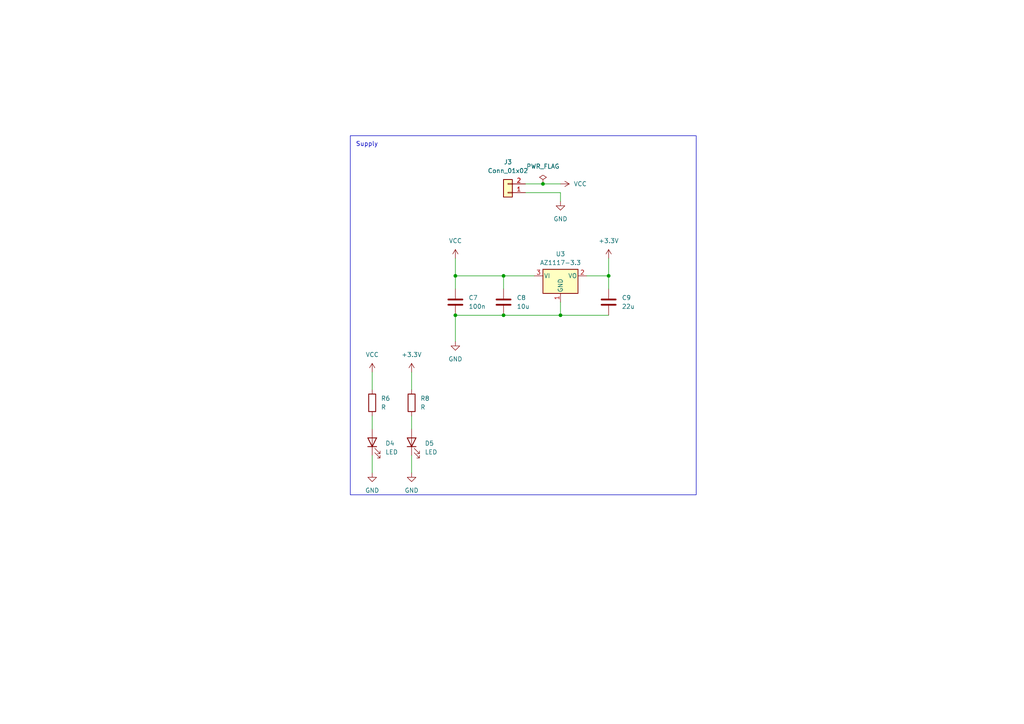
<source format=kicad_sch>
(kicad_sch
	(version 20250114)
	(generator "eeschema")
	(generator_version "9.0")
	(uuid "36e55d47-1df4-49c8-afae-a9c0ee2c2370")
	(paper "A4")
	(lib_symbols
		(symbol "Connector_Generic:Conn_01x02"
			(pin_names
				(offset 1.016)
				(hide yes)
			)
			(exclude_from_sim no)
			(in_bom yes)
			(on_board yes)
			(property "Reference" "J"
				(at 0 2.54 0)
				(effects
					(font
						(size 1.27 1.27)
					)
				)
			)
			(property "Value" "Conn_01x02"
				(at 0 -5.08 0)
				(effects
					(font
						(size 1.27 1.27)
					)
				)
			)
			(property "Footprint" ""
				(at 0 0 0)
				(effects
					(font
						(size 1.27 1.27)
					)
					(hide yes)
				)
			)
			(property "Datasheet" "~"
				(at 0 0 0)
				(effects
					(font
						(size 1.27 1.27)
					)
					(hide yes)
				)
			)
			(property "Description" "Generic connector, single row, 01x02, script generated (kicad-library-utils/schlib/autogen/connector/)"
				(at 0 0 0)
				(effects
					(font
						(size 1.27 1.27)
					)
					(hide yes)
				)
			)
			(property "ki_keywords" "connector"
				(at 0 0 0)
				(effects
					(font
						(size 1.27 1.27)
					)
					(hide yes)
				)
			)
			(property "ki_fp_filters" "Connector*:*_1x??_*"
				(at 0 0 0)
				(effects
					(font
						(size 1.27 1.27)
					)
					(hide yes)
				)
			)
			(symbol "Conn_01x02_1_1"
				(rectangle
					(start -1.27 1.27)
					(end 1.27 -3.81)
					(stroke
						(width 0.254)
						(type default)
					)
					(fill
						(type background)
					)
				)
				(rectangle
					(start -1.27 0.127)
					(end 0 -0.127)
					(stroke
						(width 0.1524)
						(type default)
					)
					(fill
						(type none)
					)
				)
				(rectangle
					(start -1.27 -2.413)
					(end 0 -2.667)
					(stroke
						(width 0.1524)
						(type default)
					)
					(fill
						(type none)
					)
				)
				(pin passive line
					(at -5.08 0 0)
					(length 3.81)
					(name "Pin_1"
						(effects
							(font
								(size 1.27 1.27)
							)
						)
					)
					(number "1"
						(effects
							(font
								(size 1.27 1.27)
							)
						)
					)
				)
				(pin passive line
					(at -5.08 -2.54 0)
					(length 3.81)
					(name "Pin_2"
						(effects
							(font
								(size 1.27 1.27)
							)
						)
					)
					(number "2"
						(effects
							(font
								(size 1.27 1.27)
							)
						)
					)
				)
			)
			(embedded_fonts no)
		)
		(symbol "Device:C"
			(pin_numbers
				(hide yes)
			)
			(pin_names
				(offset 0.254)
			)
			(exclude_from_sim no)
			(in_bom yes)
			(on_board yes)
			(property "Reference" "C"
				(at 0.635 2.54 0)
				(effects
					(font
						(size 1.27 1.27)
					)
					(justify left)
				)
			)
			(property "Value" "C"
				(at 0.635 -2.54 0)
				(effects
					(font
						(size 1.27 1.27)
					)
					(justify left)
				)
			)
			(property "Footprint" ""
				(at 0.9652 -3.81 0)
				(effects
					(font
						(size 1.27 1.27)
					)
					(hide yes)
				)
			)
			(property "Datasheet" "~"
				(at 0 0 0)
				(effects
					(font
						(size 1.27 1.27)
					)
					(hide yes)
				)
			)
			(property "Description" "Unpolarized capacitor"
				(at 0 0 0)
				(effects
					(font
						(size 1.27 1.27)
					)
					(hide yes)
				)
			)
			(property "ki_keywords" "cap capacitor"
				(at 0 0 0)
				(effects
					(font
						(size 1.27 1.27)
					)
					(hide yes)
				)
			)
			(property "ki_fp_filters" "C_*"
				(at 0 0 0)
				(effects
					(font
						(size 1.27 1.27)
					)
					(hide yes)
				)
			)
			(symbol "C_0_1"
				(polyline
					(pts
						(xy -2.032 0.762) (xy 2.032 0.762)
					)
					(stroke
						(width 0.508)
						(type default)
					)
					(fill
						(type none)
					)
				)
				(polyline
					(pts
						(xy -2.032 -0.762) (xy 2.032 -0.762)
					)
					(stroke
						(width 0.508)
						(type default)
					)
					(fill
						(type none)
					)
				)
			)
			(symbol "C_1_1"
				(pin passive line
					(at 0 3.81 270)
					(length 2.794)
					(name "~"
						(effects
							(font
								(size 1.27 1.27)
							)
						)
					)
					(number "1"
						(effects
							(font
								(size 1.27 1.27)
							)
						)
					)
				)
				(pin passive line
					(at 0 -3.81 90)
					(length 2.794)
					(name "~"
						(effects
							(font
								(size 1.27 1.27)
							)
						)
					)
					(number "2"
						(effects
							(font
								(size 1.27 1.27)
							)
						)
					)
				)
			)
			(embedded_fonts no)
		)
		(symbol "Device:LED"
			(pin_numbers
				(hide yes)
			)
			(pin_names
				(offset 1.016)
				(hide yes)
			)
			(exclude_from_sim no)
			(in_bom yes)
			(on_board yes)
			(property "Reference" "D"
				(at 0 2.54 0)
				(effects
					(font
						(size 1.27 1.27)
					)
				)
			)
			(property "Value" "LED"
				(at 0 -2.54 0)
				(effects
					(font
						(size 1.27 1.27)
					)
				)
			)
			(property "Footprint" ""
				(at 0 0 0)
				(effects
					(font
						(size 1.27 1.27)
					)
					(hide yes)
				)
			)
			(property "Datasheet" "~"
				(at 0 0 0)
				(effects
					(font
						(size 1.27 1.27)
					)
					(hide yes)
				)
			)
			(property "Description" "Light emitting diode"
				(at 0 0 0)
				(effects
					(font
						(size 1.27 1.27)
					)
					(hide yes)
				)
			)
			(property "ki_keywords" "LED diode"
				(at 0 0 0)
				(effects
					(font
						(size 1.27 1.27)
					)
					(hide yes)
				)
			)
			(property "ki_fp_filters" "LED* LED_SMD:* LED_THT:*"
				(at 0 0 0)
				(effects
					(font
						(size 1.27 1.27)
					)
					(hide yes)
				)
			)
			(symbol "LED_0_1"
				(polyline
					(pts
						(xy -3.048 -0.762) (xy -4.572 -2.286) (xy -3.81 -2.286) (xy -4.572 -2.286) (xy -4.572 -1.524)
					)
					(stroke
						(width 0)
						(type default)
					)
					(fill
						(type none)
					)
				)
				(polyline
					(pts
						(xy -1.778 -0.762) (xy -3.302 -2.286) (xy -2.54 -2.286) (xy -3.302 -2.286) (xy -3.302 -1.524)
					)
					(stroke
						(width 0)
						(type default)
					)
					(fill
						(type none)
					)
				)
				(polyline
					(pts
						(xy -1.27 0) (xy 1.27 0)
					)
					(stroke
						(width 0)
						(type default)
					)
					(fill
						(type none)
					)
				)
				(polyline
					(pts
						(xy -1.27 -1.27) (xy -1.27 1.27)
					)
					(stroke
						(width 0.254)
						(type default)
					)
					(fill
						(type none)
					)
				)
				(polyline
					(pts
						(xy 1.27 -1.27) (xy 1.27 1.27) (xy -1.27 0) (xy 1.27 -1.27)
					)
					(stroke
						(width 0.254)
						(type default)
					)
					(fill
						(type none)
					)
				)
			)
			(symbol "LED_1_1"
				(pin passive line
					(at -3.81 0 0)
					(length 2.54)
					(name "K"
						(effects
							(font
								(size 1.27 1.27)
							)
						)
					)
					(number "1"
						(effects
							(font
								(size 1.27 1.27)
							)
						)
					)
				)
				(pin passive line
					(at 3.81 0 180)
					(length 2.54)
					(name "A"
						(effects
							(font
								(size 1.27 1.27)
							)
						)
					)
					(number "2"
						(effects
							(font
								(size 1.27 1.27)
							)
						)
					)
				)
			)
			(embedded_fonts no)
		)
		(symbol "Device:R"
			(pin_numbers
				(hide yes)
			)
			(pin_names
				(offset 0)
			)
			(exclude_from_sim no)
			(in_bom yes)
			(on_board yes)
			(property "Reference" "R"
				(at 2.032 0 90)
				(effects
					(font
						(size 1.27 1.27)
					)
				)
			)
			(property "Value" "R"
				(at 0 0 90)
				(effects
					(font
						(size 1.27 1.27)
					)
				)
			)
			(property "Footprint" ""
				(at -1.778 0 90)
				(effects
					(font
						(size 1.27 1.27)
					)
					(hide yes)
				)
			)
			(property "Datasheet" "~"
				(at 0 0 0)
				(effects
					(font
						(size 1.27 1.27)
					)
					(hide yes)
				)
			)
			(property "Description" "Resistor"
				(at 0 0 0)
				(effects
					(font
						(size 1.27 1.27)
					)
					(hide yes)
				)
			)
			(property "ki_keywords" "R res resistor"
				(at 0 0 0)
				(effects
					(font
						(size 1.27 1.27)
					)
					(hide yes)
				)
			)
			(property "ki_fp_filters" "R_*"
				(at 0 0 0)
				(effects
					(font
						(size 1.27 1.27)
					)
					(hide yes)
				)
			)
			(symbol "R_0_1"
				(rectangle
					(start -1.016 -2.54)
					(end 1.016 2.54)
					(stroke
						(width 0.254)
						(type default)
					)
					(fill
						(type none)
					)
				)
			)
			(symbol "R_1_1"
				(pin passive line
					(at 0 3.81 270)
					(length 1.27)
					(name "~"
						(effects
							(font
								(size 1.27 1.27)
							)
						)
					)
					(number "1"
						(effects
							(font
								(size 1.27 1.27)
							)
						)
					)
				)
				(pin passive line
					(at 0 -3.81 90)
					(length 1.27)
					(name "~"
						(effects
							(font
								(size 1.27 1.27)
							)
						)
					)
					(number "2"
						(effects
							(font
								(size 1.27 1.27)
							)
						)
					)
				)
			)
			(embedded_fonts no)
		)
		(symbol "Regulator_Linear:AZ1117-3.3"
			(pin_names
				(offset 0.254)
			)
			(exclude_from_sim no)
			(in_bom yes)
			(on_board yes)
			(property "Reference" "U"
				(at -3.81 3.175 0)
				(effects
					(font
						(size 1.27 1.27)
					)
				)
			)
			(property "Value" "AZ1117-3.3"
				(at 0 3.175 0)
				(effects
					(font
						(size 1.27 1.27)
					)
					(justify left)
				)
			)
			(property "Footprint" ""
				(at 0 6.35 0)
				(effects
					(font
						(size 1.27 1.27)
						(italic yes)
					)
					(hide yes)
				)
			)
			(property "Datasheet" "https://www.diodes.com/assets/Datasheets/AZ1117.pdf"
				(at 0 0 0)
				(effects
					(font
						(size 1.27 1.27)
					)
					(hide yes)
				)
			)
			(property "Description" "1A 20V Fixed LDO Linear Regulator, 3.3V, SOT-89/SOT-223/TO-220/TO-252/TO-263"
				(at 0 0 0)
				(effects
					(font
						(size 1.27 1.27)
					)
					(hide yes)
				)
			)
			(property "ki_keywords" "Fixed Voltage Regulator 1A Positive LDO"
				(at 0 0 0)
				(effects
					(font
						(size 1.27 1.27)
					)
					(hide yes)
				)
			)
			(property "ki_fp_filters" "SOT?223* SOT?89* TO?220* TO?252* TO?263*"
				(at 0 0 0)
				(effects
					(font
						(size 1.27 1.27)
					)
					(hide yes)
				)
			)
			(symbol "AZ1117-3.3_0_1"
				(rectangle
					(start -5.08 1.905)
					(end 5.08 -5.08)
					(stroke
						(width 0.254)
						(type default)
					)
					(fill
						(type background)
					)
				)
			)
			(symbol "AZ1117-3.3_1_1"
				(pin power_in line
					(at -7.62 0 0)
					(length 2.54)
					(name "VI"
						(effects
							(font
								(size 1.27 1.27)
							)
						)
					)
					(number "3"
						(effects
							(font
								(size 1.27 1.27)
							)
						)
					)
				)
				(pin power_in line
					(at 0 -7.62 90)
					(length 2.54)
					(name "GND"
						(effects
							(font
								(size 1.27 1.27)
							)
						)
					)
					(number "1"
						(effects
							(font
								(size 1.27 1.27)
							)
						)
					)
				)
				(pin power_out line
					(at 7.62 0 180)
					(length 2.54)
					(name "VO"
						(effects
							(font
								(size 1.27 1.27)
							)
						)
					)
					(number "2"
						(effects
							(font
								(size 1.27 1.27)
							)
						)
					)
				)
			)
			(embedded_fonts no)
		)
		(symbol "power:+3.3V"
			(power)
			(pin_names
				(offset 0)
			)
			(exclude_from_sim no)
			(in_bom yes)
			(on_board yes)
			(property "Reference" "#PWR"
				(at 0 -3.81 0)
				(effects
					(font
						(size 1.27 1.27)
					)
					(hide yes)
				)
			)
			(property "Value" "+3.3V"
				(at 0 3.556 0)
				(effects
					(font
						(size 1.27 1.27)
					)
				)
			)
			(property "Footprint" ""
				(at 0 0 0)
				(effects
					(font
						(size 1.27 1.27)
					)
					(hide yes)
				)
			)
			(property "Datasheet" ""
				(at 0 0 0)
				(effects
					(font
						(size 1.27 1.27)
					)
					(hide yes)
				)
			)
			(property "Description" "Power symbol creates a global label with name \"+3.3V\""
				(at 0 0 0)
				(effects
					(font
						(size 1.27 1.27)
					)
					(hide yes)
				)
			)
			(property "ki_keywords" "global power"
				(at 0 0 0)
				(effects
					(font
						(size 1.27 1.27)
					)
					(hide yes)
				)
			)
			(symbol "+3.3V_0_1"
				(polyline
					(pts
						(xy -0.762 1.27) (xy 0 2.54)
					)
					(stroke
						(width 0)
						(type default)
					)
					(fill
						(type none)
					)
				)
				(polyline
					(pts
						(xy 0 2.54) (xy 0.762 1.27)
					)
					(stroke
						(width 0)
						(type default)
					)
					(fill
						(type none)
					)
				)
				(polyline
					(pts
						(xy 0 0) (xy 0 2.54)
					)
					(stroke
						(width 0)
						(type default)
					)
					(fill
						(type none)
					)
				)
			)
			(symbol "+3.3V_1_1"
				(pin power_in line
					(at 0 0 90)
					(length 0)
					(hide yes)
					(name "+3.3V"
						(effects
							(font
								(size 1.27 1.27)
							)
						)
					)
					(number "1"
						(effects
							(font
								(size 1.27 1.27)
							)
						)
					)
				)
			)
			(embedded_fonts no)
		)
		(symbol "power:GND"
			(power)
			(pin_names
				(offset 0)
			)
			(exclude_from_sim no)
			(in_bom yes)
			(on_board yes)
			(property "Reference" "#PWR"
				(at 0 -6.35 0)
				(effects
					(font
						(size 1.27 1.27)
					)
					(hide yes)
				)
			)
			(property "Value" "GND"
				(at 0 -3.81 0)
				(effects
					(font
						(size 1.27 1.27)
					)
				)
			)
			(property "Footprint" ""
				(at 0 0 0)
				(effects
					(font
						(size 1.27 1.27)
					)
					(hide yes)
				)
			)
			(property "Datasheet" ""
				(at 0 0 0)
				(effects
					(font
						(size 1.27 1.27)
					)
					(hide yes)
				)
			)
			(property "Description" "Power symbol creates a global label with name \"GND\" , ground"
				(at 0 0 0)
				(effects
					(font
						(size 1.27 1.27)
					)
					(hide yes)
				)
			)
			(property "ki_keywords" "global power"
				(at 0 0 0)
				(effects
					(font
						(size 1.27 1.27)
					)
					(hide yes)
				)
			)
			(symbol "GND_0_1"
				(polyline
					(pts
						(xy 0 0) (xy 0 -1.27) (xy 1.27 -1.27) (xy 0 -2.54) (xy -1.27 -1.27) (xy 0 -1.27)
					)
					(stroke
						(width 0)
						(type default)
					)
					(fill
						(type none)
					)
				)
			)
			(symbol "GND_1_1"
				(pin power_in line
					(at 0 0 270)
					(length 0)
					(hide yes)
					(name "GND"
						(effects
							(font
								(size 1.27 1.27)
							)
						)
					)
					(number "1"
						(effects
							(font
								(size 1.27 1.27)
							)
						)
					)
				)
			)
			(embedded_fonts no)
		)
		(symbol "power:PWR_FLAG"
			(power)
			(pin_numbers
				(hide yes)
			)
			(pin_names
				(offset 0)
				(hide yes)
			)
			(exclude_from_sim no)
			(in_bom yes)
			(on_board yes)
			(property "Reference" "#FLG"
				(at 0 1.905 0)
				(effects
					(font
						(size 1.27 1.27)
					)
					(hide yes)
				)
			)
			(property "Value" "PWR_FLAG"
				(at 0 3.81 0)
				(effects
					(font
						(size 1.27 1.27)
					)
				)
			)
			(property "Footprint" ""
				(at 0 0 0)
				(effects
					(font
						(size 1.27 1.27)
					)
					(hide yes)
				)
			)
			(property "Datasheet" "~"
				(at 0 0 0)
				(effects
					(font
						(size 1.27 1.27)
					)
					(hide yes)
				)
			)
			(property "Description" "Special symbol for telling ERC where power comes from"
				(at 0 0 0)
				(effects
					(font
						(size 1.27 1.27)
					)
					(hide yes)
				)
			)
			(property "ki_keywords" "flag power"
				(at 0 0 0)
				(effects
					(font
						(size 1.27 1.27)
					)
					(hide yes)
				)
			)
			(symbol "PWR_FLAG_0_0"
				(pin power_out line
					(at 0 0 90)
					(length 0)
					(name "pwr"
						(effects
							(font
								(size 1.27 1.27)
							)
						)
					)
					(number "1"
						(effects
							(font
								(size 1.27 1.27)
							)
						)
					)
				)
			)
			(symbol "PWR_FLAG_0_1"
				(polyline
					(pts
						(xy 0 0) (xy 0 1.27) (xy -1.016 1.905) (xy 0 2.54) (xy 1.016 1.905) (xy 0 1.27)
					)
					(stroke
						(width 0)
						(type default)
					)
					(fill
						(type none)
					)
				)
			)
			(embedded_fonts no)
		)
		(symbol "power:VCC"
			(power)
			(pin_names
				(offset 0)
			)
			(exclude_from_sim no)
			(in_bom yes)
			(on_board yes)
			(property "Reference" "#PWR"
				(at 0 -3.81 0)
				(effects
					(font
						(size 1.27 1.27)
					)
					(hide yes)
				)
			)
			(property "Value" "VCC"
				(at 0 3.81 0)
				(effects
					(font
						(size 1.27 1.27)
					)
				)
			)
			(property "Footprint" ""
				(at 0 0 0)
				(effects
					(font
						(size 1.27 1.27)
					)
					(hide yes)
				)
			)
			(property "Datasheet" ""
				(at 0 0 0)
				(effects
					(font
						(size 1.27 1.27)
					)
					(hide yes)
				)
			)
			(property "Description" "Power symbol creates a global label with name \"VCC\""
				(at 0 0 0)
				(effects
					(font
						(size 1.27 1.27)
					)
					(hide yes)
				)
			)
			(property "ki_keywords" "global power"
				(at 0 0 0)
				(effects
					(font
						(size 1.27 1.27)
					)
					(hide yes)
				)
			)
			(symbol "VCC_0_1"
				(polyline
					(pts
						(xy -0.762 1.27) (xy 0 2.54)
					)
					(stroke
						(width 0)
						(type default)
					)
					(fill
						(type none)
					)
				)
				(polyline
					(pts
						(xy 0 2.54) (xy 0.762 1.27)
					)
					(stroke
						(width 0)
						(type default)
					)
					(fill
						(type none)
					)
				)
				(polyline
					(pts
						(xy 0 0) (xy 0 2.54)
					)
					(stroke
						(width 0)
						(type default)
					)
					(fill
						(type none)
					)
				)
			)
			(symbol "VCC_1_1"
				(pin power_in line
					(at 0 0 90)
					(length 0)
					(hide yes)
					(name "VCC"
						(effects
							(font
								(size 1.27 1.27)
							)
						)
					)
					(number "1"
						(effects
							(font
								(size 1.27 1.27)
							)
						)
					)
				)
			)
			(embedded_fonts no)
		)
	)
	(rectangle
		(start 101.6 39.37)
		(end 201.93 143.51)
		(stroke
			(width 0)
			(type default)
		)
		(fill
			(type none)
		)
		(uuid 86dc70d8-7617-49e8-b7aa-f44d888e77d0)
	)
	(text "Supply\n"
		(exclude_from_sim no)
		(at 106.426 41.91 0)
		(effects
			(font
				(size 1.27 1.27)
			)
		)
		(uuid "b9af2ca4-5466-41b3-bda0-09f734706e67")
	)
	(junction
		(at 157.48 53.34)
		(diameter 0)
		(color 0 0 0 0)
		(uuid "4dd7911e-1e74-4214-88f1-bdb10ea180bf")
	)
	(junction
		(at 132.08 80.01)
		(diameter 0)
		(color 0 0 0 0)
		(uuid "5625e34b-c699-43de-a0aa-9c4a9aa8c8c0")
	)
	(junction
		(at 176.53 80.01)
		(diameter 0)
		(color 0 0 0 0)
		(uuid "5cd1875f-aee9-45f4-9703-a4c335620112")
	)
	(junction
		(at 146.05 91.44)
		(diameter 0)
		(color 0 0 0 0)
		(uuid "5d9aab33-67b3-4d81-b688-3c9b383328e2")
	)
	(junction
		(at 162.56 91.44)
		(diameter 0)
		(color 0 0 0 0)
		(uuid "969ab804-a339-4ba2-9adb-b3084c7f58cd")
	)
	(junction
		(at 146.05 80.01)
		(diameter 0)
		(color 0 0 0 0)
		(uuid "b124dbe9-589d-4dc2-8373-dceaef3f4b70")
	)
	(junction
		(at 132.08 91.44)
		(diameter 0)
		(color 0 0 0 0)
		(uuid "e54b43ad-7b0f-4976-bcd0-58d35504d14d")
	)
	(wire
		(pts
			(xy 119.38 132.08) (xy 119.38 137.16)
		)
		(stroke
			(width 0)
			(type default)
		)
		(uuid "2688ae92-038b-4092-8c04-6afbd9fa1da4")
	)
	(wire
		(pts
			(xy 119.38 120.65) (xy 119.38 124.46)
		)
		(stroke
			(width 0)
			(type default)
		)
		(uuid "3a754e41-fef1-494c-9159-a50d73381820")
	)
	(wire
		(pts
			(xy 146.05 80.01) (xy 146.05 83.82)
		)
		(stroke
			(width 0)
			(type default)
		)
		(uuid "402ff54d-3280-4173-bd47-d513f9528c7e")
	)
	(wire
		(pts
			(xy 107.95 132.08) (xy 107.95 137.16)
		)
		(stroke
			(width 0)
			(type default)
		)
		(uuid "4166e1e2-feab-4ac7-87ce-00b6025770fd")
	)
	(wire
		(pts
			(xy 152.4 53.34) (xy 157.48 53.34)
		)
		(stroke
			(width 0)
			(type default)
		)
		(uuid "64442bf9-acc9-4c5e-ae5d-7a3408065ec5")
	)
	(wire
		(pts
			(xy 107.95 120.65) (xy 107.95 124.46)
		)
		(stroke
			(width 0)
			(type default)
		)
		(uuid "6e8ad1da-f26e-4317-82ea-44abc087ec75")
	)
	(wire
		(pts
			(xy 132.08 91.44) (xy 132.08 99.06)
		)
		(stroke
			(width 0)
			(type default)
		)
		(uuid "71cddc5e-36fc-4c8d-83e0-bb66efb6cc35")
	)
	(wire
		(pts
			(xy 176.53 80.01) (xy 176.53 83.82)
		)
		(stroke
			(width 0)
			(type default)
		)
		(uuid "76ac07d8-fe2f-4cb7-af5b-464e830c68ca")
	)
	(wire
		(pts
			(xy 132.08 80.01) (xy 132.08 83.82)
		)
		(stroke
			(width 0)
			(type default)
		)
		(uuid "7ad208b3-936c-4320-9fd4-57f65274a2bf")
	)
	(wire
		(pts
			(xy 152.4 55.88) (xy 162.56 55.88)
		)
		(stroke
			(width 0)
			(type default)
		)
		(uuid "824825cc-0422-4ddb-a197-e8a7d9ef0c32")
	)
	(wire
		(pts
			(xy 119.38 107.95) (xy 119.38 113.03)
		)
		(stroke
			(width 0)
			(type default)
		)
		(uuid "95da66c3-bb67-4152-af51-0da58710d2b9")
	)
	(wire
		(pts
			(xy 146.05 80.01) (xy 132.08 80.01)
		)
		(stroke
			(width 0)
			(type default)
		)
		(uuid "980bbf95-94ae-4870-9f0a-a4a5b9fcdbb6")
	)
	(wire
		(pts
			(xy 146.05 91.44) (xy 162.56 91.44)
		)
		(stroke
			(width 0)
			(type default)
		)
		(uuid "9d014f97-3d89-47da-aab6-cff1f0d146ff")
	)
	(wire
		(pts
			(xy 132.08 91.44) (xy 146.05 91.44)
		)
		(stroke
			(width 0)
			(type default)
		)
		(uuid "9da45804-5dd6-439f-9bae-d040d2f338e1")
	)
	(wire
		(pts
			(xy 162.56 87.63) (xy 162.56 91.44)
		)
		(stroke
			(width 0)
			(type default)
		)
		(uuid "b6592293-4eb9-49e6-9fe7-b628671879ed")
	)
	(wire
		(pts
			(xy 176.53 80.01) (xy 176.53 74.93)
		)
		(stroke
			(width 0)
			(type default)
		)
		(uuid "b78c6bf9-0d9b-477a-93b6-db6645ccf7b5")
	)
	(wire
		(pts
			(xy 107.95 107.95) (xy 107.95 113.03)
		)
		(stroke
			(width 0)
			(type default)
		)
		(uuid "bb2882a5-cda8-4d11-b958-4760ebb22cdb")
	)
	(wire
		(pts
			(xy 154.94 80.01) (xy 146.05 80.01)
		)
		(stroke
			(width 0)
			(type default)
		)
		(uuid "ca67f733-dd2f-4a11-ab4a-ebb6e3441ecb")
	)
	(wire
		(pts
			(xy 157.48 53.34) (xy 162.56 53.34)
		)
		(stroke
			(width 0)
			(type default)
		)
		(uuid "da223061-183c-49d8-b395-170a9f7bcfba")
	)
	(wire
		(pts
			(xy 170.18 80.01) (xy 176.53 80.01)
		)
		(stroke
			(width 0)
			(type default)
		)
		(uuid "db81d44b-1517-4929-967f-69717591a9ba")
	)
	(wire
		(pts
			(xy 162.56 55.88) (xy 162.56 58.42)
		)
		(stroke
			(width 0)
			(type default)
		)
		(uuid "e7cf2f21-2364-461b-8d9a-e34008439a31")
	)
	(wire
		(pts
			(xy 162.56 91.44) (xy 176.53 91.44)
		)
		(stroke
			(width 0)
			(type default)
		)
		(uuid "e9f26b93-3388-4226-8ce5-0624679b3197")
	)
	(wire
		(pts
			(xy 132.08 80.01) (xy 132.08 74.93)
		)
		(stroke
			(width 0)
			(type default)
		)
		(uuid "f74b6be7-af6e-4e48-beb6-21ff6ce23d6c")
	)
	(symbol
		(lib_id "Device:C")
		(at 176.53 87.63 0)
		(unit 1)
		(exclude_from_sim no)
		(in_bom yes)
		(on_board yes)
		(dnp no)
		(fields_autoplaced yes)
		(uuid "08a94304-0c98-4c3b-b425-6ade815ad992")
		(property "Reference" "C9"
			(at 180.34 86.3599 0)
			(effects
				(font
					(size 1.27 1.27)
				)
				(justify left)
			)
		)
		(property "Value" "22u"
			(at 180.34 88.8999 0)
			(effects
				(font
					(size 1.27 1.27)
				)
				(justify left)
			)
		)
		(property "Footprint" ""
			(at 177.4952 91.44 0)
			(effects
				(font
					(size 1.27 1.27)
				)
				(hide yes)
			)
		)
		(property "Datasheet" "~"
			(at 176.53 87.63 0)
			(effects
				(font
					(size 1.27 1.27)
				)
				(hide yes)
			)
		)
		(property "Description" "Unpolarized capacitor"
			(at 176.53 87.63 0)
			(effects
				(font
					(size 1.27 1.27)
				)
				(hide yes)
			)
		)
		(pin "2"
			(uuid "2ae2f98f-17ba-4c8b-a45f-c5d4f4d7c7ff")
		)
		(pin "1"
			(uuid "e97a7eda-07fa-440a-b70a-056b7dcd3c85")
		)
		(instances
			(project "flynn_mainboard"
				(path "/56ec65ab-c401-455a-8a7c-6731af93b01f/4a680793-dfc8-4f68-92d2-cc2327a9a55b"
					(reference "C9")
					(unit 1)
				)
			)
		)
	)
	(symbol
		(lib_id "power:+3.3V")
		(at 119.38 107.95 0)
		(unit 1)
		(exclude_from_sim no)
		(in_bom yes)
		(on_board yes)
		(dnp no)
		(fields_autoplaced yes)
		(uuid "1949bc8a-c6f6-4180-940a-1fad6b1983af")
		(property "Reference" "#PWR024"
			(at 119.38 111.76 0)
			(effects
				(font
					(size 1.27 1.27)
				)
				(hide yes)
			)
		)
		(property "Value" "+3.3V"
			(at 119.38 102.87 0)
			(effects
				(font
					(size 1.27 1.27)
				)
			)
		)
		(property "Footprint" ""
			(at 119.38 107.95 0)
			(effects
				(font
					(size 1.27 1.27)
				)
				(hide yes)
			)
		)
		(property "Datasheet" ""
			(at 119.38 107.95 0)
			(effects
				(font
					(size 1.27 1.27)
				)
				(hide yes)
			)
		)
		(property "Description" "Power symbol creates a global label with name \"+3.3V\""
			(at 119.38 107.95 0)
			(effects
				(font
					(size 1.27 1.27)
				)
				(hide yes)
			)
		)
		(pin "1"
			(uuid "0bc880c1-5456-4223-b8cd-bc3581da857b")
		)
		(instances
			(project "flynn_mainboard"
				(path "/56ec65ab-c401-455a-8a7c-6731af93b01f/4a680793-dfc8-4f68-92d2-cc2327a9a55b"
					(reference "#PWR024")
					(unit 1)
				)
			)
		)
	)
	(symbol
		(lib_id "Device:LED")
		(at 119.38 128.27 90)
		(unit 1)
		(exclude_from_sim no)
		(in_bom yes)
		(on_board yes)
		(dnp no)
		(fields_autoplaced yes)
		(uuid "24742ea7-4ba3-4553-ac99-348e85d68864")
		(property "Reference" "D5"
			(at 123.19 128.5874 90)
			(effects
				(font
					(size 1.27 1.27)
				)
				(justify right)
			)
		)
		(property "Value" "LED"
			(at 123.19 131.1274 90)
			(effects
				(font
					(size 1.27 1.27)
				)
				(justify right)
			)
		)
		(property "Footprint" ""
			(at 119.38 128.27 0)
			(effects
				(font
					(size 1.27 1.27)
				)
				(hide yes)
			)
		)
		(property "Datasheet" "~"
			(at 119.38 128.27 0)
			(effects
				(font
					(size 1.27 1.27)
				)
				(hide yes)
			)
		)
		(property "Description" "Light emitting diode"
			(at 119.38 128.27 0)
			(effects
				(font
					(size 1.27 1.27)
				)
				(hide yes)
			)
		)
		(pin "2"
			(uuid "4e5b8b53-60e3-4080-a650-323f5b9cfc8b")
		)
		(pin "1"
			(uuid "8545bf96-9e80-4be1-81b2-d83e72b5ce47")
		)
		(instances
			(project "flynn_mainboard"
				(path "/56ec65ab-c401-455a-8a7c-6731af93b01f/4a680793-dfc8-4f68-92d2-cc2327a9a55b"
					(reference "D5")
					(unit 1)
				)
			)
		)
	)
	(symbol
		(lib_id "power:VCC")
		(at 162.56 53.34 270)
		(unit 1)
		(exclude_from_sim no)
		(in_bom yes)
		(on_board yes)
		(dnp no)
		(fields_autoplaced yes)
		(uuid "32b95dbe-a91e-4e87-a9fb-e6cd31b924ab")
		(property "Reference" "#PWR028"
			(at 158.75 53.34 0)
			(effects
				(font
					(size 1.27 1.27)
				)
				(hide yes)
			)
		)
		(property "Value" "VCC"
			(at 166.37 53.3399 90)
			(effects
				(font
					(size 1.27 1.27)
				)
				(justify left)
			)
		)
		(property "Footprint" ""
			(at 162.56 53.34 0)
			(effects
				(font
					(size 1.27 1.27)
				)
				(hide yes)
			)
		)
		(property "Datasheet" ""
			(at 162.56 53.34 0)
			(effects
				(font
					(size 1.27 1.27)
				)
				(hide yes)
			)
		)
		(property "Description" "Power symbol creates a global label with name \"VCC\""
			(at 162.56 53.34 0)
			(effects
				(font
					(size 1.27 1.27)
				)
				(hide yes)
			)
		)
		(pin "1"
			(uuid "bdd9dda6-b53e-4199-9502-46caeae03fba")
		)
		(instances
			(project "flynn_mainboard"
				(path "/56ec65ab-c401-455a-8a7c-6731af93b01f/4a680793-dfc8-4f68-92d2-cc2327a9a55b"
					(reference "#PWR028")
					(unit 1)
				)
			)
		)
	)
	(symbol
		(lib_id "power:VCC")
		(at 132.08 74.93 0)
		(unit 1)
		(exclude_from_sim no)
		(in_bom yes)
		(on_board yes)
		(dnp no)
		(fields_autoplaced yes)
		(uuid "4008a54c-b2d2-4c91-a2e2-cd4a6170cf22")
		(property "Reference" "#PWR026"
			(at 132.08 78.74 0)
			(effects
				(font
					(size 1.27 1.27)
				)
				(hide yes)
			)
		)
		(property "Value" "VCC"
			(at 132.08 69.85 0)
			(effects
				(font
					(size 1.27 1.27)
				)
			)
		)
		(property "Footprint" ""
			(at 132.08 74.93 0)
			(effects
				(font
					(size 1.27 1.27)
				)
				(hide yes)
			)
		)
		(property "Datasheet" ""
			(at 132.08 74.93 0)
			(effects
				(font
					(size 1.27 1.27)
				)
				(hide yes)
			)
		)
		(property "Description" "Power symbol creates a global label with name \"VCC\""
			(at 132.08 74.93 0)
			(effects
				(font
					(size 1.27 1.27)
				)
				(hide yes)
			)
		)
		(pin "1"
			(uuid "2f0bdccd-0cca-431e-9d95-f1c410942208")
		)
		(instances
			(project "flynn_mainboard"
				(path "/56ec65ab-c401-455a-8a7c-6731af93b01f/4a680793-dfc8-4f68-92d2-cc2327a9a55b"
					(reference "#PWR026")
					(unit 1)
				)
			)
		)
	)
	(symbol
		(lib_id "Device:R")
		(at 107.95 116.84 0)
		(unit 1)
		(exclude_from_sim no)
		(in_bom yes)
		(on_board yes)
		(dnp no)
		(fields_autoplaced yes)
		(uuid "4e24666d-cbe6-431f-800f-17930ed95fa8")
		(property "Reference" "R6"
			(at 110.49 115.5699 0)
			(effects
				(font
					(size 1.27 1.27)
				)
				(justify left)
			)
		)
		(property "Value" "R"
			(at 110.49 118.1099 0)
			(effects
				(font
					(size 1.27 1.27)
				)
				(justify left)
			)
		)
		(property "Footprint" ""
			(at 106.172 116.84 90)
			(effects
				(font
					(size 1.27 1.27)
				)
				(hide yes)
			)
		)
		(property "Datasheet" "~"
			(at 107.95 116.84 0)
			(effects
				(font
					(size 1.27 1.27)
				)
				(hide yes)
			)
		)
		(property "Description" "Resistor"
			(at 107.95 116.84 0)
			(effects
				(font
					(size 1.27 1.27)
				)
				(hide yes)
			)
		)
		(pin "1"
			(uuid "e3507322-8f8a-454b-a567-7607fec5f0ee")
		)
		(pin "2"
			(uuid "6eff8f2b-11ae-4990-834e-318d0b7caec9")
		)
		(instances
			(project "flynn_mainboard"
				(path "/56ec65ab-c401-455a-8a7c-6731af93b01f/4a680793-dfc8-4f68-92d2-cc2327a9a55b"
					(reference "R6")
					(unit 1)
				)
			)
		)
	)
	(symbol
		(lib_id "power:GND")
		(at 107.95 137.16 0)
		(unit 1)
		(exclude_from_sim no)
		(in_bom yes)
		(on_board yes)
		(dnp no)
		(fields_autoplaced yes)
		(uuid "56a2bce6-5021-4e9b-9aa9-c4aaf331e742")
		(property "Reference" "#PWR022"
			(at 107.95 143.51 0)
			(effects
				(font
					(size 1.27 1.27)
				)
				(hide yes)
			)
		)
		(property "Value" "GND"
			(at 107.95 142.24 0)
			(effects
				(font
					(size 1.27 1.27)
				)
			)
		)
		(property "Footprint" ""
			(at 107.95 137.16 0)
			(effects
				(font
					(size 1.27 1.27)
				)
				(hide yes)
			)
		)
		(property "Datasheet" ""
			(at 107.95 137.16 0)
			(effects
				(font
					(size 1.27 1.27)
				)
				(hide yes)
			)
		)
		(property "Description" "Power symbol creates a global label with name \"GND\" , ground"
			(at 107.95 137.16 0)
			(effects
				(font
					(size 1.27 1.27)
				)
				(hide yes)
			)
		)
		(pin "1"
			(uuid "7f06b4a1-57c3-4ee5-8375-1255b1951e2c")
		)
		(instances
			(project "flynn_mainboard"
				(path "/56ec65ab-c401-455a-8a7c-6731af93b01f/4a680793-dfc8-4f68-92d2-cc2327a9a55b"
					(reference "#PWR022")
					(unit 1)
				)
			)
		)
	)
	(symbol
		(lib_id "Device:C")
		(at 132.08 87.63 0)
		(unit 1)
		(exclude_from_sim no)
		(in_bom yes)
		(on_board yes)
		(dnp no)
		(fields_autoplaced yes)
		(uuid "5e5f7cc1-c80e-4dfe-8946-5caab0708eac")
		(property "Reference" "C7"
			(at 135.89 86.3599 0)
			(effects
				(font
					(size 1.27 1.27)
				)
				(justify left)
			)
		)
		(property "Value" "100n"
			(at 135.89 88.8999 0)
			(effects
				(font
					(size 1.27 1.27)
				)
				(justify left)
			)
		)
		(property "Footprint" ""
			(at 133.0452 91.44 0)
			(effects
				(font
					(size 1.27 1.27)
				)
				(hide yes)
			)
		)
		(property "Datasheet" "~"
			(at 132.08 87.63 0)
			(effects
				(font
					(size 1.27 1.27)
				)
				(hide yes)
			)
		)
		(property "Description" "Unpolarized capacitor"
			(at 132.08 87.63 0)
			(effects
				(font
					(size 1.27 1.27)
				)
				(hide yes)
			)
		)
		(pin "2"
			(uuid "26170b85-1b13-4067-894e-2e2a4a773d44")
		)
		(pin "1"
			(uuid "8bc3f850-6103-4728-a718-16c5e85c1603")
		)
		(instances
			(project "flynn_mainboard"
				(path "/56ec65ab-c401-455a-8a7c-6731af93b01f/4a680793-dfc8-4f68-92d2-cc2327a9a55b"
					(reference "C7")
					(unit 1)
				)
			)
		)
	)
	(symbol
		(lib_id "Device:R")
		(at 119.38 116.84 0)
		(unit 1)
		(exclude_from_sim no)
		(in_bom yes)
		(on_board yes)
		(dnp no)
		(fields_autoplaced yes)
		(uuid "725da291-a1cb-43ea-af8d-6734bca491cc")
		(property "Reference" "R8"
			(at 121.92 115.5699 0)
			(effects
				(font
					(size 1.27 1.27)
				)
				(justify left)
			)
		)
		(property "Value" "R"
			(at 121.92 118.1099 0)
			(effects
				(font
					(size 1.27 1.27)
				)
				(justify left)
			)
		)
		(property "Footprint" ""
			(at 117.602 116.84 90)
			(effects
				(font
					(size 1.27 1.27)
				)
				(hide yes)
			)
		)
		(property "Datasheet" "~"
			(at 119.38 116.84 0)
			(effects
				(font
					(size 1.27 1.27)
				)
				(hide yes)
			)
		)
		(property "Description" "Resistor"
			(at 119.38 116.84 0)
			(effects
				(font
					(size 1.27 1.27)
				)
				(hide yes)
			)
		)
		(pin "1"
			(uuid "0226c6c4-c73d-415f-aed0-888a6d36028d")
		)
		(pin "2"
			(uuid "bb33f622-5675-4407-ad60-aea0f1eaac23")
		)
		(instances
			(project "flynn_mainboard"
				(path "/56ec65ab-c401-455a-8a7c-6731af93b01f/4a680793-dfc8-4f68-92d2-cc2327a9a55b"
					(reference "R8")
					(unit 1)
				)
			)
		)
	)
	(symbol
		(lib_id "power:+3.3V")
		(at 176.53 74.93 0)
		(unit 1)
		(exclude_from_sim no)
		(in_bom yes)
		(on_board yes)
		(dnp no)
		(fields_autoplaced yes)
		(uuid "953508d4-f141-4d26-88c4-2652843986e4")
		(property "Reference" "#PWR030"
			(at 176.53 78.74 0)
			(effects
				(font
					(size 1.27 1.27)
				)
				(hide yes)
			)
		)
		(property "Value" "+3.3V"
			(at 176.53 69.85 0)
			(effects
				(font
					(size 1.27 1.27)
				)
			)
		)
		(property "Footprint" ""
			(at 176.53 74.93 0)
			(effects
				(font
					(size 1.27 1.27)
				)
				(hide yes)
			)
		)
		(property "Datasheet" ""
			(at 176.53 74.93 0)
			(effects
				(font
					(size 1.27 1.27)
				)
				(hide yes)
			)
		)
		(property "Description" "Power symbol creates a global label with name \"+3.3V\""
			(at 176.53 74.93 0)
			(effects
				(font
					(size 1.27 1.27)
				)
				(hide yes)
			)
		)
		(pin "1"
			(uuid "dfdd14fc-e341-4051-bf25-09ec58cbeb3b")
		)
		(instances
			(project "flynn_mainboard"
				(path "/56ec65ab-c401-455a-8a7c-6731af93b01f/4a680793-dfc8-4f68-92d2-cc2327a9a55b"
					(reference "#PWR030")
					(unit 1)
				)
			)
		)
	)
	(symbol
		(lib_id "power:GND")
		(at 119.38 137.16 0)
		(unit 1)
		(exclude_from_sim no)
		(in_bom yes)
		(on_board yes)
		(dnp no)
		(fields_autoplaced yes)
		(uuid "a3c3c500-f484-4ff1-a4ab-1f6fa97ef8f7")
		(property "Reference" "#PWR025"
			(at 119.38 143.51 0)
			(effects
				(font
					(size 1.27 1.27)
				)
				(hide yes)
			)
		)
		(property "Value" "GND"
			(at 119.38 142.24 0)
			(effects
				(font
					(size 1.27 1.27)
				)
			)
		)
		(property "Footprint" ""
			(at 119.38 137.16 0)
			(effects
				(font
					(size 1.27 1.27)
				)
				(hide yes)
			)
		)
		(property "Datasheet" ""
			(at 119.38 137.16 0)
			(effects
				(font
					(size 1.27 1.27)
				)
				(hide yes)
			)
		)
		(property "Description" "Power symbol creates a global label with name \"GND\" , ground"
			(at 119.38 137.16 0)
			(effects
				(font
					(size 1.27 1.27)
				)
				(hide yes)
			)
		)
		(pin "1"
			(uuid "7098830a-e4c4-4e31-b0db-0a3062668134")
		)
		(instances
			(project "flynn_mainboard"
				(path "/56ec65ab-c401-455a-8a7c-6731af93b01f/4a680793-dfc8-4f68-92d2-cc2327a9a55b"
					(reference "#PWR025")
					(unit 1)
				)
			)
		)
	)
	(symbol
		(lib_id "power:PWR_FLAG")
		(at 157.48 53.34 0)
		(unit 1)
		(exclude_from_sim no)
		(in_bom yes)
		(on_board yes)
		(dnp no)
		(fields_autoplaced yes)
		(uuid "ae38b574-0b66-4508-b02a-b7cdad8f26b0")
		(property "Reference" "#FLG02"
			(at 157.48 51.435 0)
			(effects
				(font
					(size 1.27 1.27)
				)
				(hide yes)
			)
		)
		(property "Value" "PWR_FLAG"
			(at 157.48 48.26 0)
			(effects
				(font
					(size 1.27 1.27)
				)
			)
		)
		(property "Footprint" ""
			(at 157.48 53.34 0)
			(effects
				(font
					(size 1.27 1.27)
				)
				(hide yes)
			)
		)
		(property "Datasheet" "~"
			(at 157.48 53.34 0)
			(effects
				(font
					(size 1.27 1.27)
				)
				(hide yes)
			)
		)
		(property "Description" "Special symbol for telling ERC where power comes from"
			(at 157.48 53.34 0)
			(effects
				(font
					(size 1.27 1.27)
				)
				(hide yes)
			)
		)
		(pin "1"
			(uuid "5da7ebd9-e6b2-4e62-b228-63c01e753331")
		)
		(instances
			(project "flynn_mainboard"
				(path "/56ec65ab-c401-455a-8a7c-6731af93b01f/4a680793-dfc8-4f68-92d2-cc2327a9a55b"
					(reference "#FLG02")
					(unit 1)
				)
			)
		)
	)
	(symbol
		(lib_id "power:GND")
		(at 132.08 99.06 0)
		(unit 1)
		(exclude_from_sim no)
		(in_bom yes)
		(on_board yes)
		(dnp no)
		(fields_autoplaced yes)
		(uuid "bde8b32e-5132-4cd4-90c1-a9739c740c8a")
		(property "Reference" "#PWR027"
			(at 132.08 105.41 0)
			(effects
				(font
					(size 1.27 1.27)
				)
				(hide yes)
			)
		)
		(property "Value" "GND"
			(at 132.08 104.14 0)
			(effects
				(font
					(size 1.27 1.27)
				)
			)
		)
		(property "Footprint" ""
			(at 132.08 99.06 0)
			(effects
				(font
					(size 1.27 1.27)
				)
				(hide yes)
			)
		)
		(property "Datasheet" ""
			(at 132.08 99.06 0)
			(effects
				(font
					(size 1.27 1.27)
				)
				(hide yes)
			)
		)
		(property "Description" "Power symbol creates a global label with name \"GND\" , ground"
			(at 132.08 99.06 0)
			(effects
				(font
					(size 1.27 1.27)
				)
				(hide yes)
			)
		)
		(pin "1"
			(uuid "ee84a89c-1a58-4ca6-87c9-c6ff91fb6310")
		)
		(instances
			(project "flynn_mainboard"
				(path "/56ec65ab-c401-455a-8a7c-6731af93b01f/4a680793-dfc8-4f68-92d2-cc2327a9a55b"
					(reference "#PWR027")
					(unit 1)
				)
			)
		)
	)
	(symbol
		(lib_id "Connector_Generic:Conn_01x02")
		(at 147.32 55.88 180)
		(unit 1)
		(exclude_from_sim no)
		(in_bom yes)
		(on_board yes)
		(dnp no)
		(fields_autoplaced yes)
		(uuid "c71cc976-a33f-4b3f-8627-cd5a20bd7aa7")
		(property "Reference" "J3"
			(at 147.32 46.99 0)
			(effects
				(font
					(size 1.27 1.27)
				)
			)
		)
		(property "Value" "Conn_01x02"
			(at 147.32 49.53 0)
			(effects
				(font
					(size 1.27 1.27)
				)
			)
		)
		(property "Footprint" ""
			(at 147.32 55.88 0)
			(effects
				(font
					(size 1.27 1.27)
				)
				(hide yes)
			)
		)
		(property "Datasheet" "~"
			(at 147.32 55.88 0)
			(effects
				(font
					(size 1.27 1.27)
				)
				(hide yes)
			)
		)
		(property "Description" "Generic connector, single row, 01x02, script generated (kicad-library-utils/schlib/autogen/connector/)"
			(at 147.32 55.88 0)
			(effects
				(font
					(size 1.27 1.27)
				)
				(hide yes)
			)
		)
		(pin "2"
			(uuid "2bd27338-463f-4280-9532-8734024ed04a")
		)
		(pin "1"
			(uuid "d7b2a9a7-36d2-4d6b-8f2b-6527a3858d59")
		)
		(instances
			(project "flynn_mainboard"
				(path "/56ec65ab-c401-455a-8a7c-6731af93b01f/4a680793-dfc8-4f68-92d2-cc2327a9a55b"
					(reference "J3")
					(unit 1)
				)
			)
		)
	)
	(symbol
		(lib_id "Regulator_Linear:AZ1117-3.3")
		(at 162.56 80.01 0)
		(unit 1)
		(exclude_from_sim no)
		(in_bom yes)
		(on_board yes)
		(dnp no)
		(fields_autoplaced yes)
		(uuid "db9f5cc2-1130-4522-8756-2356d3b2b649")
		(property "Reference" "U3"
			(at 162.56 73.66 0)
			(effects
				(font
					(size 1.27 1.27)
				)
			)
		)
		(property "Value" "AZ1117-3.3"
			(at 162.56 76.2 0)
			(effects
				(font
					(size 1.27 1.27)
				)
			)
		)
		(property "Footprint" ""
			(at 162.56 73.66 0)
			(effects
				(font
					(size 1.27 1.27)
					(italic yes)
				)
				(hide yes)
			)
		)
		(property "Datasheet" "https://www.diodes.com/assets/Datasheets/AZ1117.pdf"
			(at 162.56 80.01 0)
			(effects
				(font
					(size 1.27 1.27)
				)
				(hide yes)
			)
		)
		(property "Description" "1A 20V Fixed LDO Linear Regulator, 3.3V, SOT-89/SOT-223/TO-220/TO-252/TO-263"
			(at 162.56 80.01 0)
			(effects
				(font
					(size 1.27 1.27)
				)
				(hide yes)
			)
		)
		(pin "1"
			(uuid "9cdd3ff9-d83f-4130-910f-bb92ef213153")
		)
		(pin "3"
			(uuid "d202d7d2-cfd9-4a8c-a762-4bfeae36881c")
		)
		(pin "2"
			(uuid "5b016fe8-73a3-4f56-b398-d0434755befc")
		)
		(instances
			(project "flynn_mainboard"
				(path "/56ec65ab-c401-455a-8a7c-6731af93b01f/4a680793-dfc8-4f68-92d2-cc2327a9a55b"
					(reference "U3")
					(unit 1)
				)
			)
		)
	)
	(symbol
		(lib_id "power:VCC")
		(at 107.95 107.95 0)
		(unit 1)
		(exclude_from_sim no)
		(in_bom yes)
		(on_board yes)
		(dnp no)
		(fields_autoplaced yes)
		(uuid "ee5aa8cf-2ee1-4aaa-8628-cbd4eede8f42")
		(property "Reference" "#PWR020"
			(at 107.95 111.76 0)
			(effects
				(font
					(size 1.27 1.27)
				)
				(hide yes)
			)
		)
		(property "Value" "VCC"
			(at 107.95 102.87 0)
			(effects
				(font
					(size 1.27 1.27)
				)
			)
		)
		(property "Footprint" ""
			(at 107.95 107.95 0)
			(effects
				(font
					(size 1.27 1.27)
				)
				(hide yes)
			)
		)
		(property "Datasheet" ""
			(at 107.95 107.95 0)
			(effects
				(font
					(size 1.27 1.27)
				)
				(hide yes)
			)
		)
		(property "Description" "Power symbol creates a global label with name \"VCC\""
			(at 107.95 107.95 0)
			(effects
				(font
					(size 1.27 1.27)
				)
				(hide yes)
			)
		)
		(pin "1"
			(uuid "19d6e38c-c067-4395-826c-b516eb32df52")
		)
		(instances
			(project "flynn_mainboard"
				(path "/56ec65ab-c401-455a-8a7c-6731af93b01f/4a680793-dfc8-4f68-92d2-cc2327a9a55b"
					(reference "#PWR020")
					(unit 1)
				)
			)
		)
	)
	(symbol
		(lib_id "power:GND")
		(at 162.56 58.42 0)
		(unit 1)
		(exclude_from_sim no)
		(in_bom yes)
		(on_board yes)
		(dnp no)
		(fields_autoplaced yes)
		(uuid "f2a2c8e2-2691-4894-9354-080ceae9f335")
		(property "Reference" "#PWR029"
			(at 162.56 64.77 0)
			(effects
				(font
					(size 1.27 1.27)
				)
				(hide yes)
			)
		)
		(property "Value" "GND"
			(at 162.56 63.5 0)
			(effects
				(font
					(size 1.27 1.27)
				)
			)
		)
		(property "Footprint" ""
			(at 162.56 58.42 0)
			(effects
				(font
					(size 1.27 1.27)
				)
				(hide yes)
			)
		)
		(property "Datasheet" ""
			(at 162.56 58.42 0)
			(effects
				(font
					(size 1.27 1.27)
				)
				(hide yes)
			)
		)
		(property "Description" "Power symbol creates a global label with name \"GND\" , ground"
			(at 162.56 58.42 0)
			(effects
				(font
					(size 1.27 1.27)
				)
				(hide yes)
			)
		)
		(pin "1"
			(uuid "3ccb080a-4958-4545-91c5-53503404fa61")
		)
		(instances
			(project "flynn_mainboard"
				(path "/56ec65ab-c401-455a-8a7c-6731af93b01f/4a680793-dfc8-4f68-92d2-cc2327a9a55b"
					(reference "#PWR029")
					(unit 1)
				)
			)
		)
	)
	(symbol
		(lib_id "Device:C")
		(at 146.05 87.63 0)
		(unit 1)
		(exclude_from_sim no)
		(in_bom yes)
		(on_board yes)
		(dnp no)
		(fields_autoplaced yes)
		(uuid "f63da2ff-a058-4a97-81a1-97796af39da4")
		(property "Reference" "C8"
			(at 149.86 86.3599 0)
			(effects
				(font
					(size 1.27 1.27)
				)
				(justify left)
			)
		)
		(property "Value" "10u"
			(at 149.86 88.8999 0)
			(effects
				(font
					(size 1.27 1.27)
				)
				(justify left)
			)
		)
		(property "Footprint" ""
			(at 147.0152 91.44 0)
			(effects
				(font
					(size 1.27 1.27)
				)
				(hide yes)
			)
		)
		(property "Datasheet" "~"
			(at 146.05 87.63 0)
			(effects
				(font
					(size 1.27 1.27)
				)
				(hide yes)
			)
		)
		(property "Description" "Unpolarized capacitor"
			(at 146.05 87.63 0)
			(effects
				(font
					(size 1.27 1.27)
				)
				(hide yes)
			)
		)
		(pin "1"
			(uuid "98d7e29b-3a96-4b57-b856-dd4e213eecdd")
		)
		(pin "2"
			(uuid "86cf0e15-cbc7-475a-b39a-ce7ecb09e2b6")
		)
		(instances
			(project "flynn_mainboard"
				(path "/56ec65ab-c401-455a-8a7c-6731af93b01f/4a680793-dfc8-4f68-92d2-cc2327a9a55b"
					(reference "C8")
					(unit 1)
				)
			)
		)
	)
	(symbol
		(lib_id "Device:LED")
		(at 107.95 128.27 90)
		(unit 1)
		(exclude_from_sim no)
		(in_bom yes)
		(on_board yes)
		(dnp no)
		(fields_autoplaced yes)
		(uuid "f6438738-e710-4619-ab1c-297cae670cd3")
		(property "Reference" "D4"
			(at 111.76 128.5874 90)
			(effects
				(font
					(size 1.27 1.27)
				)
				(justify right)
			)
		)
		(property "Value" "LED"
			(at 111.76 131.1274 90)
			(effects
				(font
					(size 1.27 1.27)
				)
				(justify right)
			)
		)
		(property "Footprint" ""
			(at 107.95 128.27 0)
			(effects
				(font
					(size 1.27 1.27)
				)
				(hide yes)
			)
		)
		(property "Datasheet" "~"
			(at 107.95 128.27 0)
			(effects
				(font
					(size 1.27 1.27)
				)
				(hide yes)
			)
		)
		(property "Description" "Light emitting diode"
			(at 107.95 128.27 0)
			(effects
				(font
					(size 1.27 1.27)
				)
				(hide yes)
			)
		)
		(pin "1"
			(uuid "0da79ce3-f4d0-4e41-8281-9c32c6afaf40")
		)
		(pin "2"
			(uuid "40a310e0-8903-466f-9dea-ed6f59b1a561")
		)
		(instances
			(project "flynn_mainboard"
				(path "/56ec65ab-c401-455a-8a7c-6731af93b01f/4a680793-dfc8-4f68-92d2-cc2327a9a55b"
					(reference "D4")
					(unit 1)
				)
			)
		)
	)
)

</source>
